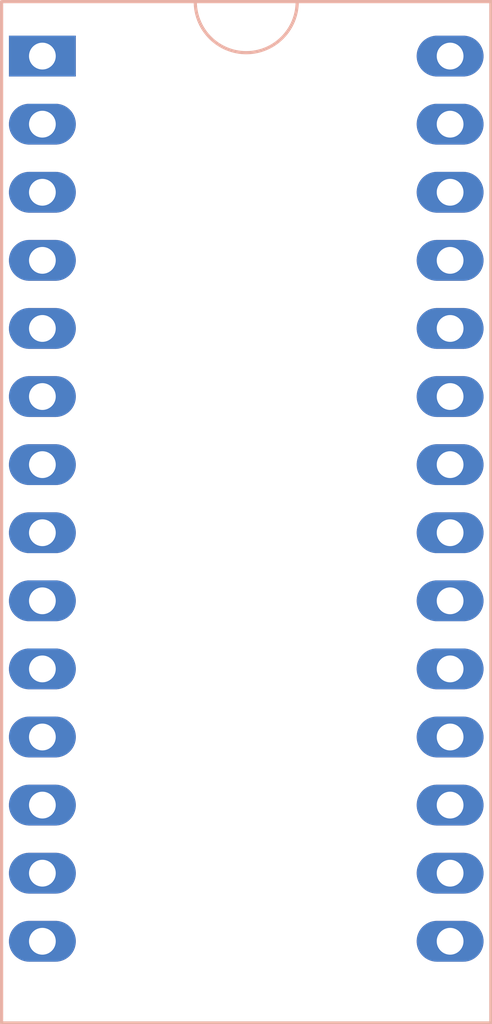
<source format=kicad_pcb>
(kicad_pcb (version 20211014) (generator pcbnew)
  (title_block (title "ThePicoSID") (date "2023-10-09") (rev "1.0"))
  (layers (0 "F.Cu" signal) (1 "In1.Cu" signal) (2 "In2.Cu" signal) (31 "B.Cu" signal) (34 "B.Paste" user) (35 "F.Paste" user) (36 "B.SilkS" user "B.Silkscreen") (37 "F.SilkS" user "F.Silkscreen") (38 "B.Mask" user) (39 "F.Mask" user) (44 "Edge.Cuts" user))
  (net 0 "")
  (net 1 "9-12V")
  (net 2 "GND")
  (net 3 "POTX")
  (net 4 "POTY")
  (net 5 "+5V")
  (net 6 "AUDIO_OUT")
  (net 11 "RES_C64")
  (net 12 "CLK_C64")
  (net 13 "RW_C64")
  (net 14 "CS_C64")
  (net 15 "A0_C64")
  (net 16 "A1_C64")
  (net 17 "A2_C64")
  (net 18 "A3_C64")
  (net 19 "A4_C64")
  (net 20 "D0_C64")
  (net 21 "D1_C64")
  (net 22 "D2_C64")
  (net 23 "D3_C64")
  (net 24 "D4_C64")
  (net 25 "D5_C64")
  (net 26 "D6_C64")
  (net 27 "D7_C64")
  (footprint "c64_tk:c64_sid_pins" (layer "B.Cu") (at 147.574 97.028 180)
    (fp_text reference "U2" hide)
    (fp_text value "SID_6581")
    (fp_rect (start -9.144 18.542) (end 9.144 -19.558) (layer "B.SilkS") (width 0.12) (fill none))
    (fp_arc (start -1.905 18.542) (mid 0 16.637) (end 1.905 18.542) (layer "B.SilkS") (width 0.12))
    (pad "1" thru_hole rect (at 7.62 16.51 180) (size 2.5 1.524) (drill 1) (layers *.Cu *.Mask))
    (pad "2" thru_hole oval (at 7.62 13.97 180) (size 2.5 1.524) (drill 1) (layers *.Cu *.Mask))
    (pad "3" thru_hole oval (at 7.62 11.43 180) (size 2.5 1.524) (drill 1) (layers *.Cu *.Mask))
    (pad "4" thru_hole oval (at 7.62 8.89 180) (size 2.5 1.524) (drill 1) (layers *.Cu *.Mask))
    (pad "5" thru_hole oval (at 7.62 6.35 180) (size 2.5 1.524) (drill 1) (layers *.Cu *.Mask) (net 11 "RES_C64"))
    (pad "6" thru_hole oval (at 7.62 3.81 180) (size 2.5 1.524) (drill 1) (layers *.Cu *.Mask) (net 12 "CLK_C64"))
    (pad "7" thru_hole oval (at 7.62 1.27 180) (size 2.5 1.524) (drill 1) (layers *.Cu *.Mask) (net 13 "RW_C64"))
    (pad "8" thru_hole oval (at 7.62 -1.27 180) (size 2.5 1.524) (drill 1) (layers *.Cu *.Mask) (net 14 "CS_C64"))
    (pad "9" thru_hole oval (at 7.62 -3.81 180) (size 2.5 1.524) (drill 1) (layers *.Cu *.Mask) (net 15 "A0_C64"))
    (pad "10" thru_hole oval (at 7.62 -6.35 180) (size 2.5 1.524) (drill 1) (layers *.Cu *.Mask) (net 16 "A1_C64"))
    (pad "11" thru_hole oval (at 7.62 -8.89 180) (size 2.5 1.524) (drill 1) (layers *.Cu *.Mask) (net 17 "A2_C64"))
    (pad "12" thru_hole oval (at 7.62 -11.43 180) (size 2.5 1.524) (drill 1) (layers *.Cu *.Mask) (net 18 "A3_C64"))
    (pad "13" thru_hole oval (at 7.62 -13.97 180) (size 2.5 1.524) (drill 1) (layers *.Cu *.Mask) (net 19 "A4_C64"))
    (pad "14" thru_hole oval (at 7.62 -16.51 180) (size 2.5 1.524) (drill 1) (layers *.Cu *.Mask) (net 2 "GND"))
    (pad "15" thru_hole oval (at -7.62 -16.51 180) (size 2.5 1.524) (drill 1) (layers *.Cu *.Mask) (net 20 "D0_C64"))
    (pad "16" thru_hole oval (at -7.62 -13.97 180) (size 2.5 1.524) (drill 1) (layers *.Cu *.Mask) (net 21 "D1_C64"))
    (pad "17" thru_hole oval (at -7.62 -11.43 180) (size 2.5 1.524) (drill 1) (layers *.Cu *.Mask) (net 22 "D2_C64"))
    (pad "18" thru_hole oval (at -7.62 -8.89 180) (size 2.5 1.524) (drill 1) (layers *.Cu *.Mask) (net 23 "D3_C64"))
    (pad "19" thru_hole oval (at -7.62 -6.35 180) (size 2.5 1.524) (drill 1) (layers *.Cu *.Mask) (net 24 "D4_C64"))
    (pad "20" thru_hole oval (at -7.62 -3.81 180) (size 2.5 1.524) (drill 1) (layers *.Cu *.Mask) (net 25 "D5_C64"))
    (pad "21" thru_hole oval (at -7.62 -1.27 180) (size 2.5 1.524) (drill 1) (layers *.Cu *.Mask) (net 26 "D6_C64"))
    (pad "22" thru_hole oval (at -7.62 1.27 180) (size 2.5 1.524) (drill 1) (layers *.Cu *.Mask) (net 27 "D7_C64"))
    (pad "23" thru_hole oval (at -7.62 3.81 180) (size 2.5 1.524) (drill 1) (layers *.Cu *.Mask) (net 4 "POTY"))
    (pad "24" thru_hole oval (at -7.62 6.35 180) (size 2.5 1.524) (drill 1) (layers *.Cu *.Mask) (net 3 "POTX"))
    (pad "25" thru_hole oval (at -7.62 8.89 180) (size 2.5 1.524) (drill 1) (layers *.Cu *.Mask) (net 5 "+5V"))
    (pad "26" thru_hole oval (at -7.62 11.43 180) (size 2.5 1.524) (drill 1) (layers *.Cu *.Mask))
    (pad "27" thru_hole oval (at -7.62 13.97 180) (size 2.5 1.524) (drill 1) (layers *.Cu *.Mask) (net 6 "AUDIO_OUT"))
    (pad "28" thru_hole oval (at -7.62 16.51 180) (size 2.5 1.524) (drill 1) (layers *.Cu *.Mask) (net 1 "9-12V"))
  )
)
</source>
